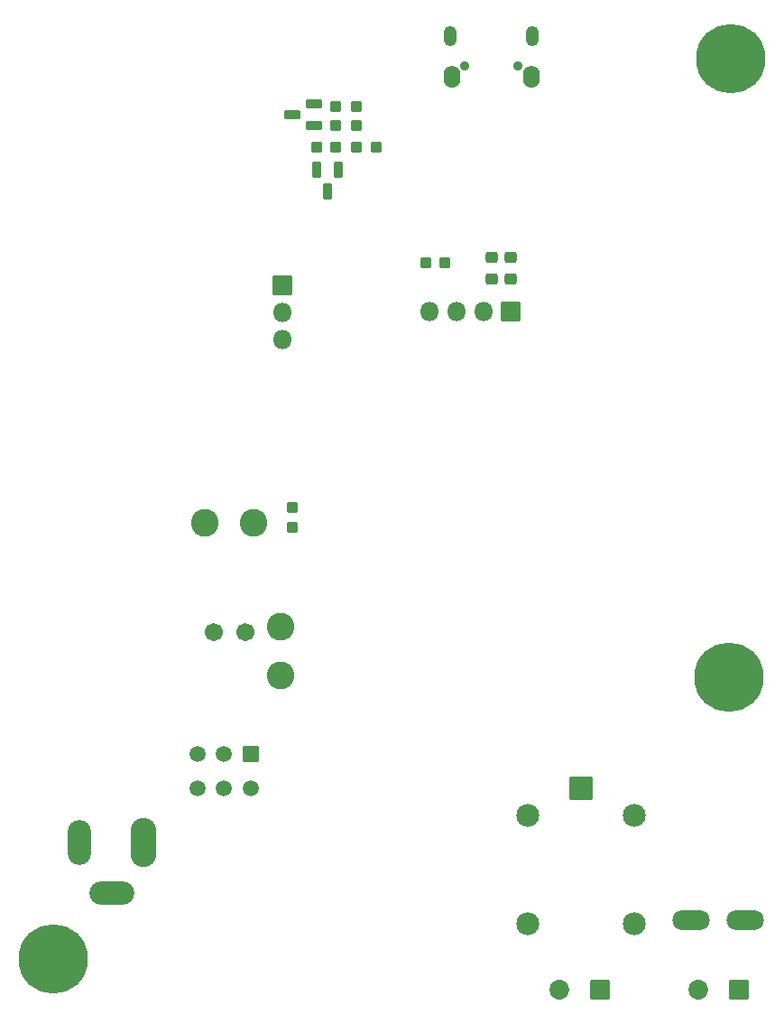
<source format=gbr>
%TF.GenerationSoftware,KiCad,Pcbnew,7.0.10*%
%TF.CreationDate,2024-03-23T12:12:33+07:00*%
%TF.ProjectId,BTL_ESD,42544c5f-4553-4442-9e6b-696361645f70,rev?*%
%TF.SameCoordinates,Original*%
%TF.FileFunction,Soldermask,Bot*%
%TF.FilePolarity,Negative*%
%FSLAX46Y46*%
G04 Gerber Fmt 4.6, Leading zero omitted, Abs format (unit mm)*
G04 Created by KiCad (PCBNEW 7.0.10) date 2024-03-23 12:12:33*
%MOMM*%
%LPD*%
G01*
G04 APERTURE LIST*
G04 Aperture macros list*
%AMRoundRect*
0 Rectangle with rounded corners*
0 $1 Rounding radius*
0 $2 $3 $4 $5 $6 $7 $8 $9 X,Y pos of 4 corners*
0 Add a 4 corners polygon primitive as box body*
4,1,4,$2,$3,$4,$5,$6,$7,$8,$9,$2,$3,0*
0 Add four circle primitives for the rounded corners*
1,1,$1+$1,$2,$3*
1,1,$1+$1,$4,$5*
1,1,$1+$1,$6,$7*
1,1,$1+$1,$8,$9*
0 Add four rect primitives between the rounded corners*
20,1,$1+$1,$2,$3,$4,$5,0*
20,1,$1+$1,$4,$5,$6,$7,0*
20,1,$1+$1,$6,$7,$8,$9,0*
20,1,$1+$1,$8,$9,$2,$3,0*%
G04 Aperture macros list end*
%ADD10C,3.701600*%
%ADD11C,6.501600*%
%ADD12C,1.701600*%
%ADD13C,2.154000*%
%ADD14RoundRect,0.102000X-0.975000X0.975000X-0.975000X-0.975000X0.975000X-0.975000X0.975000X0.975000X0*%
%ADD15RoundRect,0.102000X-0.654000X0.654000X-0.654000X-0.654000X0.654000X-0.654000X0.654000X0.654000X0*%
%ADD16C,1.512000*%
%ADD17O,3.504000X1.854000*%
%ADD18RoundRect,0.050800X-0.850000X0.850000X-0.850000X-0.850000X0.850000X-0.850000X0.850000X0.850000X0*%
%ADD19O,1.801600X1.801600*%
%ADD20RoundRect,0.102000X0.825000X0.825000X-0.825000X0.825000X-0.825000X-0.825000X0.825000X-0.825000X0*%
%ADD21C,1.854000*%
%ADD22O,2.404000X4.604000*%
%ADD23O,2.204000X4.204000*%
%ADD24O,4.204000X2.204000*%
%ADD25RoundRect,0.050800X-0.850000X-0.850000X0.850000X-0.850000X0.850000X0.850000X-0.850000X0.850000X0*%
%ADD26O,0.901600X0.901600*%
%ADD27O,1.251600X1.901600*%
%ADD28O,1.551600X2.101600*%
%ADD29RoundRect,0.102000X0.660400X0.279400X-0.660400X0.279400X-0.660400X-0.279400X0.660400X-0.279400X0*%
%ADD30C,2.601600*%
%ADD31RoundRect,0.262900X0.325400X0.262900X-0.325400X0.262900X-0.325400X-0.262900X0.325400X-0.262900X0*%
%ADD32RoundRect,0.262900X0.262900X-0.275400X0.262900X0.275400X-0.262900X0.275400X-0.262900X-0.275400X0*%
%ADD33RoundRect,0.262900X-0.262900X0.275400X-0.262900X-0.275400X0.262900X-0.275400X0.262900X0.275400X0*%
%ADD34RoundRect,0.102000X-0.279400X0.660400X-0.279400X-0.660400X0.279400X-0.660400X0.279400X0.660400X0*%
%ADD35RoundRect,0.262900X0.275400X0.262900X-0.275400X0.262900X-0.275400X-0.262900X0.275400X-0.262900X0*%
%ADD36RoundRect,0.262900X-0.275400X-0.262900X0.275400X-0.262900X0.275400X0.262900X-0.275400X0.262900X0*%
G04 APERTURE END LIST*
D10*
%TO.C,H3*%
X166852600Y-48560000D03*
D11*
X166852600Y-48560000D03*
%TD*%
D12*
%TO.C,R29*%
X121330500Y-102341400D03*
X118330500Y-102341400D03*
%TD*%
D10*
%TO.C,H1*%
X103301800Y-132994400D03*
D11*
X103301800Y-132994400D03*
%TD*%
D13*
%TO.C,K1*%
X157831800Y-119521800D03*
X147831800Y-119521800D03*
D14*
X152831800Y-117021800D03*
D13*
X157831800Y-129721800D03*
X147831800Y-129721800D03*
%TD*%
D15*
%TO.C,SW1*%
X121829200Y-113766800D03*
D16*
X119329200Y-113766800D03*
X116829200Y-113766800D03*
X116829200Y-116966800D03*
X119329200Y-116966800D03*
X121829200Y-116966800D03*
%TD*%
D17*
%TO.C,RV1*%
X163195000Y-129346800D03*
X168195000Y-129346800D03*
%TD*%
D18*
%TO.C,J3*%
X146192400Y-72237600D03*
D19*
X143652400Y-72237600D03*
X141112400Y-72237600D03*
X138572400Y-72237600D03*
%TD*%
D20*
%TO.C,XA2*%
X167600080Y-135864941D03*
D21*
X163790080Y-135864941D03*
%TD*%
D22*
%TO.C,J1*%
X111785400Y-122072400D03*
D23*
X105785400Y-122072400D03*
D24*
X108785400Y-126772400D03*
%TD*%
D25*
%TO.C,J2*%
X124790200Y-69799200D03*
D19*
X124790200Y-72339200D03*
X124790200Y-74879200D03*
%TD*%
D20*
%TO.C,XA1*%
X154584960Y-135864941D03*
D21*
X150774960Y-135864941D03*
%TD*%
D26*
%TO.C,J6*%
X146904000Y-49230800D03*
X141904000Y-49230800D03*
D27*
X148279000Y-46480800D03*
D28*
X148129000Y-50280800D03*
X140679000Y-50280800D03*
D27*
X140529000Y-46480800D03*
%TD*%
D10*
%TO.C,H2*%
X166674800Y-106559600D03*
D11*
X166674800Y-106559600D03*
%TD*%
D29*
%TO.C,Q2*%
X127736600Y-52828200D03*
X127736600Y-54860200D03*
X125704600Y-53844200D03*
%TD*%
D30*
%TO.C,TP8*%
X122123200Y-92125800D03*
%TD*%
D31*
%TO.C,C19*%
X146192400Y-69189600D03*
X144467400Y-69189600D03*
%TD*%
D32*
%TO.C,R17*%
X125755400Y-92479500D03*
X125755400Y-90654500D03*
%TD*%
D33*
%TO.C,R30*%
X131775200Y-53035200D03*
X131775200Y-54860200D03*
%TD*%
%TO.C,R31*%
X129819400Y-53035200D03*
X129819400Y-54860200D03*
%TD*%
D30*
%TO.C,TP6*%
X124637800Y-106426000D03*
%TD*%
D34*
%TO.C,Q3*%
X127994400Y-58953400D03*
X130026400Y-58953400D03*
X129010400Y-60985400D03*
%TD*%
D30*
%TO.C,TP9*%
X117551200Y-92125800D03*
%TD*%
D35*
%TO.C,R33*%
X129819400Y-56845200D03*
X127994400Y-56845200D03*
%TD*%
D30*
%TO.C,TP7*%
X124637800Y-101854000D03*
%TD*%
D31*
%TO.C,C23*%
X146192400Y-67208400D03*
X144467400Y-67208400D03*
%TD*%
D36*
%TO.C,R32*%
X131775200Y-56845200D03*
X133600200Y-56845200D03*
%TD*%
D35*
%TO.C,R15*%
X140053700Y-67741800D03*
X138228700Y-67741800D03*
%TD*%
M02*

</source>
